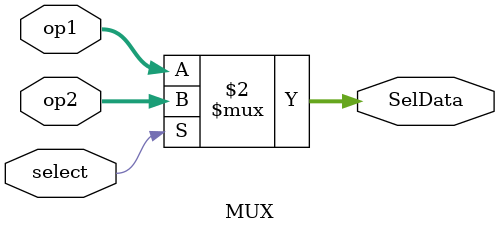
<source format=v>
`timescale 1ns / 1ps


module MUX(
    input [31:0] op1,
    input [31:0] op2, 
    input select,
    output [31:0] SelData
    );
    
    assign SelData = (select == 0) ? op1 : op2;
    
endmodule

</source>
